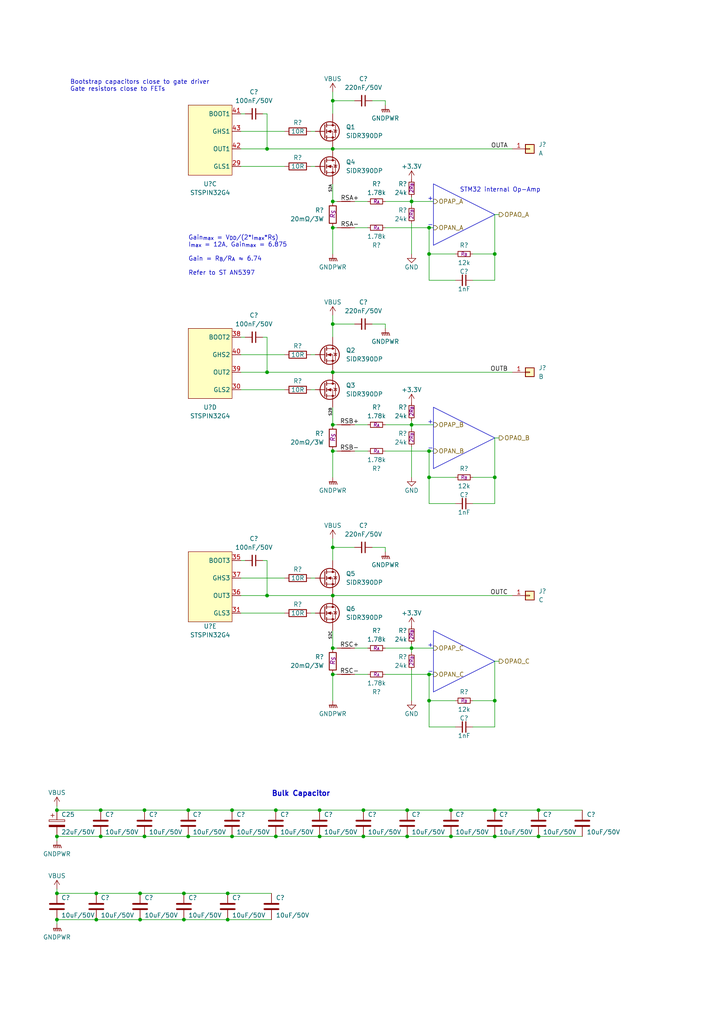
<source format=kicad_sch>
(kicad_sch (version 20231120) (generator "eeschema") (generator_version "8.0")
  (paper "A4" portrait)
  (junction (at 96.52 172.72))
  (junction (at 53.34 259.08))
  (junction (at 96.52 107.95))
  (junction (at 96.52 130.81))
  (junction (at 105.41 234.95))
  (junction (at 67.31 242.57))
  (junction (at 29.21 234.95))
  (junction (at 124.46 66.04))
  (junction (at 66.04 266.7))
  (junction (at 130.81 234.95))
  (junction (at 143.51 242.57))
  (junction (at 119.38 123.19))
  (junction (at 96.52 187.96))
  (junction (at 67.31 234.95))
  (junction (at 29.21 242.57))
  (junction (at 130.81 242.57))
  (junction (at 124.46 195.58))
  (junction (at 54.61 234.95))
  (junction (at 27.94 266.7))
  (junction (at 143.51 138.43))
  (junction (at 27.94 259.08))
  (junction (at 124.46 138.43))
  (junction (at 96.52 93.98))
  (junction (at 143.51 203.2))
  (junction (at 92.71 242.57))
  (junction (at 105.41 242.57))
  (junction (at 16.51 242.57))
  (junction (at 16.51 234.95))
  (junction (at 41.91 242.57))
  (junction (at 96.52 66.04))
  (junction (at 80.01 242.57))
  (junction (at 96.52 123.19))
  (junction (at 54.61 242.57))
  (junction (at 124.46 130.81))
  (junction (at 77.47 43.18))
  (junction (at 96.52 195.58))
  (junction (at 96.52 158.75))
  (junction (at 156.21 242.57))
  (junction (at 96.52 58.42))
  (junction (at 77.47 107.95))
  (junction (at 118.11 242.57))
  (junction (at 92.71 234.95))
  (junction (at 96.52 29.21))
  (junction (at 124.46 203.2))
  (junction (at 118.11 234.95))
  (junction (at 96.52 43.18))
  (junction (at 41.91 234.95))
  (junction (at 53.34 266.7))
  (junction (at 156.21 234.95))
  (junction (at 143.51 234.95))
  (junction (at 66.04 259.08))
  (junction (at 124.46 73.66))
  (junction (at 119.38 58.42))
  (junction (at 143.51 73.66))
  (junction (at 77.47 172.72))
  (junction (at 16.51 259.08))
  (junction (at 40.64 259.08))
  (junction (at 40.64 266.7))
  (junction (at 119.38 187.96))
  (junction (at 16.51 266.7))
  (junction (at 80.01 234.95))
  (wire (pts (xy 69.85 48.26) (xy 82.55 48.26)))
  (wire (pts (xy 27.94 259.08) (xy 40.64 259.08)))
  (wire (pts (xy 69.85 102.87) (xy 82.55 102.87)))
  (wire (pts (xy 29.21 234.95) (xy 41.91 234.95)))
  (polyline (pts (xy 125.73 182.88) (xy 143.51 191.77)))
  (wire (pts (xy 96.52 156.21) (xy 96.52 158.75)))
  (wire (pts (xy 96.52 29.21) (xy 96.52 33.02)))
  (wire (pts (xy 102.87 195.58) (xy 106.68 195.58)))
  (wire (pts (xy 69.85 113.03) (xy 82.55 113.03)))
  (wire (pts (xy 102.87 130.81) (xy 106.68 130.81)))
  (wire (pts (xy 54.61 234.95) (xy 67.31 234.95)))
  (polyline (pts (xy 125.73 71.12) (xy 143.51 62.23)))
  (wire (pts (xy 137.16 146.05) (xy 143.51 146.05)))
  (wire (pts (xy 132.08 81.28) (xy 124.46 81.28)))
  (wire (pts (xy 41.91 234.95) (xy 54.61 234.95)))
  (wire (pts (xy 143.51 203.2) (xy 143.51 191.77)))
  (wire (pts (xy 102.87 123.19) (xy 106.68 123.19)))
  (wire (pts (xy 168.91 242.57) (xy 156.21 242.57)))
  (wire (pts (xy 16.51 234.95) (xy 29.21 234.95)))
  (wire (pts (xy 77.47 33.02) (xy 76.2 33.02)))
  (wire (pts (xy 119.38 121.92) (xy 119.38 123.19)))
  (polyline (pts (xy 125.73 53.34) (xy 143.51 62.23)))
  (wire (pts (xy 67.31 234.95) (xy 80.01 234.95)))
  (wire (pts (xy 41.91 242.57) (xy 54.61 242.57)))
  (wire (pts (xy 137.16 203.2) (xy 143.51 203.2)))
  (polyline (pts (xy 125.73 118.11) (xy 143.51 127)))
  (wire (pts (xy 96.52 26.67) (xy 96.52 29.21)))
  (wire (pts (xy 90.17 177.8) (xy 91.44 177.8)))
  (wire (pts (xy 77.47 97.79) (xy 77.47 107.95)))
  (wire (pts (xy 105.41 234.95) (xy 118.11 234.95)))
  (polyline (pts (xy 125.73 135.89) (xy 125.73 118.11)))
  (wire (pts (xy 111.76 93.98) (xy 107.95 93.98)))
  (wire (pts (xy 80.01 242.57) (xy 92.71 242.57)))
  (wire (pts (xy 96.52 182.88) (xy 96.52 187.96)))
  (wire (pts (xy 97.79 58.42) (xy 96.52 58.42)))
  (wire (pts (xy 96.52 53.34) (xy 96.52 58.42)))
  (wire (pts (xy 16.51 233.68) (xy 16.51 234.95)))
  (wire (pts (xy 143.51 127) (xy 144.78 127)))
  (wire (pts (xy 16.51 259.08) (xy 27.94 259.08)))
  (wire (pts (xy 105.41 242.57) (xy 118.11 242.57)))
  (wire (pts (xy 119.38 129.54) (xy 119.38 138.43)))
  (wire (pts (xy 137.16 210.82) (xy 143.51 210.82)))
  (wire (pts (xy 69.85 172.72) (xy 77.47 172.72)))
  (wire (pts (xy 118.11 242.57) (xy 130.81 242.57)))
  (wire (pts (xy 69.85 107.95) (xy 77.47 107.95)))
  (wire (pts (xy 124.46 130.81) (xy 125.73 130.81)))
  (wire (pts (xy 119.38 124.46) (xy 119.38 123.19)))
  (wire (pts (xy 119.38 59.69) (xy 119.38 58.42)))
  (wire (pts (xy 97.79 130.81) (xy 96.52 130.81)))
  (wire (pts (xy 143.51 242.57) (xy 156.21 242.57)))
  (wire (pts (xy 69.85 43.18) (xy 77.47 43.18)))
  (wire (pts (xy 69.85 38.1) (xy 82.55 38.1)))
  (wire (pts (xy 111.76 187.96) (xy 119.38 187.96)))
  (wire (pts (xy 66.04 259.08) (xy 78.74 259.08)))
  (wire (pts (xy 132.08 203.2) (xy 124.46 203.2)))
  (wire (pts (xy 66.04 266.7) (xy 78.74 266.7)))
  (wire (pts (xy 130.81 234.95) (xy 143.51 234.95)))
  (wire (pts (xy 143.51 191.77) (xy 144.78 191.77)))
  (wire (pts (xy 96.52 107.95) (xy 148.59 107.95)))
  (wire (pts (xy 119.38 123.19) (xy 125.73 123.19)))
  (wire (pts (xy 143.51 73.66) (xy 143.51 62.23)))
  (wire (pts (xy 102.87 187.96) (xy 106.68 187.96)))
  (wire (pts (xy 111.76 95.25) (xy 111.76 93.98)))
  (wire (pts (xy 40.64 259.08) (xy 53.34 259.08)))
  (wire (pts (xy 111.76 130.81) (xy 124.46 130.81)))
  (wire (pts (xy 53.34 259.08) (xy 66.04 259.08)))
  (wire (pts (xy 40.64 266.7) (xy 53.34 266.7)))
  (wire (pts (xy 111.76 29.21) (xy 107.95 29.21)))
  (polyline (pts (xy 125.73 71.12) (xy 125.73 53.34)))
  (wire (pts (xy 143.51 234.95) (xy 156.21 234.95)))
  (wire (pts (xy 96.52 172.72) (xy 148.59 172.72)))
  (wire (pts (xy 137.16 73.66) (xy 143.51 73.66)))
  (wire (pts (xy 124.46 195.58) (xy 125.73 195.58)))
  (wire (pts (xy 96.52 118.11) (xy 96.52 123.19)))
  (wire (pts (xy 102.87 58.42) (xy 106.68 58.42)))
  (wire (pts (xy 90.17 102.87) (xy 91.44 102.87)))
  (wire (pts (xy 80.01 234.95) (xy 92.71 234.95)))
  (wire (pts (xy 96.52 29.21) (xy 102.87 29.21)))
  (wire (pts (xy 97.79 123.19) (xy 96.52 123.19)))
  (wire (pts (xy 77.47 33.02) (xy 77.47 43.18)))
  (wire (pts (xy 97.79 195.58) (xy 96.52 195.58)))
  (wire (pts (xy 96.52 91.44) (xy 96.52 93.98)))
  (wire (pts (xy 77.47 107.95) (xy 96.52 107.95)))
  (wire (pts (xy 124.46 130.81) (xy 124.46 138.43)))
  (wire (pts (xy 69.85 97.79) (xy 71.12 97.79)))
  (wire (pts (xy 54.61 242.57) (xy 67.31 242.57)))
  (wire (pts (xy 90.17 167.64) (xy 91.44 167.64)))
  (wire (pts (xy 29.21 242.57) (xy 41.91 242.57)))
  (wire (pts (xy 77.47 172.72) (xy 96.52 172.72)))
  (wire (pts (xy 90.17 38.1) (xy 91.44 38.1)))
  (wire (pts (xy 16.51 266.7) (xy 16.51 267.97)))
  (wire (pts (xy 143.51 146.05) (xy 143.51 138.43)))
  (wire (pts (xy 143.51 62.23) (xy 144.78 62.23)))
  (wire (pts (xy 107.95 158.75) (xy 111.76 158.75)))
  (wire (pts (xy 96.52 138.43) (xy 96.52 130.81)))
  (wire (pts (xy 124.46 146.05) (xy 124.46 138.43)))
  (wire (pts (xy 119.38 186.69) (xy 119.38 187.96)))
  (wire (pts (xy 69.85 33.02) (xy 71.12 33.02)))
  (wire (pts (xy 143.51 138.43) (xy 143.51 127)))
  (wire (pts (xy 124.46 195.58) (xy 124.46 203.2)))
  (wire (pts (xy 132.08 138.43) (xy 124.46 138.43)))
  (wire (pts (xy 29.21 242.57) (xy 16.51 242.57)))
  (wire (pts (xy 92.71 242.57) (xy 105.41 242.57)))
  (wire (pts (xy 90.17 113.03) (xy 91.44 113.03)))
  (wire (pts (xy 132.08 146.05) (xy 124.46 146.05)))
  (wire (pts (xy 16.51 257.81) (xy 16.51 259.08)))
  (wire (pts (xy 69.85 167.64) (xy 82.55 167.64)))
  (wire (pts (xy 96.52 93.98) (xy 102.87 93.98)))
  (wire (pts (xy 67.31 242.57) (xy 80.01 242.57)))
  (wire (pts (xy 119.38 187.96) (xy 125.73 187.96)))
  (wire (pts (xy 137.16 138.43) (xy 143.51 138.43)))
  (wire (pts (xy 111.76 123.19) (xy 119.38 123.19)))
  (wire (pts (xy 119.38 64.77) (xy 119.38 73.66)))
  (wire (pts (xy 97.79 66.04) (xy 96.52 66.04)))
  (wire (pts (xy 69.85 177.8) (xy 82.55 177.8)))
  (wire (pts (xy 119.38 57.15) (xy 119.38 58.42)))
  (wire (pts (xy 111.76 195.58) (xy 124.46 195.58)))
  (wire (pts (xy 111.76 30.48) (xy 111.76 29.21)))
  (wire (pts (xy 96.52 43.18) (xy 148.59 43.18)))
  (wire (pts (xy 53.34 266.7) (xy 66.04 266.7)))
  (wire (pts (xy 96.52 203.2) (xy 96.52 195.58)))
  (wire (pts (xy 130.81 242.57) (xy 143.51 242.57)))
  (wire (pts (xy 96.52 158.75) (xy 102.87 158.75)))
  (wire (pts (xy 96.52 158.75) (xy 96.52 162.56)))
  (wire (pts (xy 97.79 187.96) (xy 96.52 187.96)))
  (wire (pts (xy 124.46 81.28) (xy 124.46 73.66)))
  (wire (pts (xy 27.94 266.7) (xy 40.64 266.7)))
  (wire (pts (xy 143.51 210.82) (xy 143.51 203.2)))
  (wire (pts (xy 96.52 93.98) (xy 96.52 97.79)))
  (wire (pts (xy 137.16 81.28) (xy 143.51 81.28)))
  (wire (pts (xy 77.47 43.18) (xy 96.52 43.18)))
  (wire (pts (xy 77.47 162.56) (xy 77.47 172.72)))
  (wire (pts (xy 124.46 66.04) (xy 125.73 66.04)))
  (wire (pts (xy 132.08 210.82) (xy 124.46 210.82)))
  (wire (pts (xy 119.38 194.31) (xy 119.38 203.2)))
  (wire (pts (xy 102.87 66.04) (xy 106.68 66.04)))
  (polyline (pts (xy 125.73 200.66) (xy 125.73 182.88)))
  (wire (pts (xy 16.51 266.7) (xy 27.94 266.7)))
  (wire (pts (xy 77.47 97.79) (xy 76.2 97.79)))
  (wire (pts (xy 119.38 58.42) (xy 125.73 58.42)))
  (wire (pts (xy 92.71 234.95) (xy 105.41 234.95)))
  (wire (pts (xy 118.11 234.95) (xy 130.81 234.95)))
  (wire (pts (xy 132.08 73.66) (xy 124.46 73.66)))
  (wire (pts (xy 111.76 160.02) (xy 111.76 158.75)))
  (wire (pts (xy 16.51 243.84) (xy 16.51 242.57)))
  (wire (pts (xy 111.76 58.42) (xy 119.38 58.42)))
  (wire (pts (xy 124.46 66.04) (xy 124.46 73.66)))
  (wire (pts (xy 90.17 48.26) (xy 91.44 48.26)))
  (wire (pts (xy 119.38 189.23) (xy 119.38 187.96)))
  (wire (pts (xy 111.76 66.04) (xy 124.46 66.04)))
  (polyline (pts (xy 125.73 135.89) (xy 143.51 127)))
  (wire (pts (xy 168.91 234.95) (xy 156.21 234.95)))
  (wire (pts (xy 124.46 210.82) (xy 124.46 203.2)))
  (wire (pts (xy 143.51 81.28) (xy 143.51 73.66)))
  (wire (pts (xy 69.85 162.56) (xy 71.12 162.56)))
  (wire (pts (xy 77.47 162.56) (xy 76.2 162.56)))
  (wire (pts (xy 96.52 73.66) (xy 96.52 66.04)))
  (polyline (pts (xy 125.73 200.66) (xy 143.51 191.77)))
  (text "+" (at 125.73 123.19 0) (effects (font (size 1.27 1.27)) (justify right bottom)))
  (text "-" (at 125.73 130.81 0) (effects (font (size 1.27 1.27)) (justify right bottom)))
  (text "Bulk Capacitor" (at 78.74 231.14 0) (effects (font (size 1.5 1.5) (thickness 0.3) (bold yes)) (justify left bottom)))
  (text "+" (at 125.73 58.42 0) (effects (font (size 1.27 1.27)) (justify right bottom)))
  (text "+" (at 125.73 187.96 0) (effects (font (size 1.27 1.27)) (justify right bottom)))
  (text "Gain_{max} = V_{DD}/(2*I_{max}*R_{S})\nI_{max} = 12A, Gain_{max} = 6.875\n\nGain = R_{B}/R_{A} ≈ 6.74\n\nRefer to ST AN5397" (at 54.61 80.01 0) (effects (font (size 1.27 1.27)) (justify left bottom)))
  (text "STM32 internal Op-Amp" (at 133.35 55.88 0) (effects (font (size 1.27 1.27)) (justify left bottom)))
  (text "Bootstrap capacitors close to gate driver\nGate resistors close to FETs" (at 20.32 26.67 0) (effects (font (size 1.27 1.27)) (justify left bottom)))
  (text "-" (at 125.73 66.04 0) (effects (font (size 1.27 1.27)) (justify right bottom)))
  (text "-" (at 125.73 195.58 0) (effects (font (size 1.27 1.27)) (justify right bottom)))
  (label "S2B" (at 96.52 118.11 270) (effects (font (size 0.8 0.8))))
  (label "RSA-" (at 104.14 66.04 180))
  (label "RSC-" (at 104.14 195.58 180))
  (label "RSA+" (at 104.14 58.42 180))
  (label "S2A" (at 96.52 53.34 270) (effects (font (size 0.8 0.8))))
  (label "RSB+" (at 104.14 123.19 180))
  (label "RSB-" (at 104.14 130.81 180))
  (label "S2C" (at 96.52 182.88 270) (effects (font (size 0.8 0.8))))
  (label "RSC+" (at 104.14 187.96 180))
  (label "OUTC" (at 147.32 172.72 180))
  (label "OUTA" (at 147.32 43.18 180))
  (label "OUTB" (at 147.32 107.95 180))
  (hierarchical_label "OPAO_B" (shape output) (at 144.78 127 0))
  (hierarchical_label "OPAN_C" (shape output) (at 125.73 195.58 0))
  (hierarchical_label "OPAO_A" (shape output) (at 144.78 62.23 0))
  (hierarchical_label "OPAP_C" (shape output) (at 125.73 187.96 0))
  (hierarchical_label "OPAN_B" (shape output) (at 125.73 130.81 0))
  (hierarchical_label "OPAP_B" (shape output) (at 125.73 123.19 0))
  (hierarchical_label "OPAO_C" (shape output) (at 144.78 191.77 0))
  (hierarchical_label "OPAN_A" (shape output) (at 125.73 66.04 0))
  (hierarchical_label "OPAP_A" (shape output) (at 125.73 58.42 0))
  (symbol (lib_id "power:VBUS") (at 96.52 26.67 0) (unit 1)
    (property "Reference" "#PWR?" (effects (hide yes)))
    (property "Value" "VBUS" (at 96.52 22.86 0))
    (instances (project "moco-sp1" (path "" (reference "#PWR?") (unit 1)) (path "" (reference "#PWR030") (unit 1))))
  )
  (symbol (lib_id "Device:NetTie_2") (at 100.33 66.04 0) (mirror y) (unit 1) (in_bom no)
    (property "Reference" "NT?" (effects (hide yes)))
    (property "Value" "NetTie_2" (effects (hide yes)))
    (property "Footprint" "NetTie:NetTie-2_SMD_Pad0.5mm" (effects (hide yes)))
    (instances (project "moco-rd321" (path "" (reference "NT?") (unit 1)) (path "" (reference "NT?") (unit 1))) (project "moco-rd501" (path "" (reference "NT?") (unit 1))) (project "moco-sp1" (path "" (reference "NT?") (unit 1)) (path "" (reference "NT2") (unit 1))))
  )
  (symbol (lib_id "Device:C_Small") (at 105.41 158.75 270) (mirror x) (unit 1)
    (property "Reference" "C?" (at 105.41 152.4 90))
    (property "Value" "220nF/50V" (at 105.41 154.94 90))
    (property "Footprint" "Capacitor_SMD:C_0805_2012Metric" (effects (hide yes)))
    (property "LCSC" "C5378" (effects (hide yes)))
    (property "MFR. Part#" "CL21B224KBFNNNE" (effects (hide yes)))
    (instances (project "moco-rd321" (path "" (reference "C?") (unit 1)) (path "" (reference "C?") (unit 1))) (project "moco-sp1" (path "" (reference "C?") (unit 1)) (path "" (reference "C23") (unit 1))))
  )
  (symbol (lib_id "Device:C") (at 156.21 238.76 0) (mirror y) (unit 1)
    (property "Reference" "C?" (at 157.48 236.22 0) (effects (justify right)))
    (property "Value" "10uF/50V" (at 157.48 241.3 0) (effects (justify right)))
    (property "Footprint" "Capacitor_SMD:C_0805_2012Metric" (effects (hide yes)))
    (property "LCSC" "C440198" (effects (hide yes)))
    (property "MFR. Part#" "GRM21BR61H106KE43L" (effects (hide yes)))
    (property "Alt." "CL21B106KAYQNNE" (effects (hide yes)))
    (instances (project "moco-rd321" (path "" (reference "C?") (unit 1))) (project "moco-oi401" (path "" (reference "C?") (unit 1)) (path "" (reference "C?") (unit 1))) (project "moco-bkd8316" (path "" (reference "C?") (unit 1))) (project "moco-sp1" (path "" (reference "C38") (unit 1))))
  )
  (symbol (lib_id "power:VBUS") (at 16.51 257.81 0) (unit 1)
    (property "Reference" "#PWR?" (effects (hide yes)))
    (property "Value" "VBUS" (at 16.51 254 0))
    (instances (project "moco-rd321" (path "" (reference "#PWR?") (unit 1)) (path "" (reference "#PWR?") (unit 1))) (project "moco-sp1" (path "" (reference "#PWR050") (unit 1))))
  )
  (symbol (lib_id "power:GNDPWR") (at 16.51 243.84 0) (mirror y) (unit 1)
    (property "Reference" "#PWR?" (effects (hide yes)))
    (property "Value" "GNDPWR" (at 16.51 247.65 0))
    (instances (project "moco-rd321" (path "" (reference "#PWR?") (unit 1)) (path "" (reference "#PWR?") (unit 1))) (project "moco-rd501" (path "" (reference "#PWR?") (unit 1))) (project "moco-sp1" (path "" (reference "#PWR049") (unit 1))))
  )
  (symbol (lib_id "Device:C") (at 130.81 238.76 0) (mirror y) (unit 1)
    (property "Reference" "C?" (at 132.08 236.22 0) (effects (justify right)))
    (property "Value" "10uF/50V" (at 132.08 241.3 0) (effects (justify right)))
    (property "Footprint" "Capacitor_SMD:C_0805_2012Metric" (effects (hide yes)))
    (property "LCSC" "C440198" (effects (hide yes)))
    (property "MFR. Part#" "GRM21BR61H106KE43L" (effects (hide yes)))
    (property "Alt." "CL21B106KAYQNNE" (effects (hide yes)))
    (instances (project "moco-rd321" (path "" (reference "C?") (unit 1))) (project "moco-oi401" (path "" (reference "C?") (unit 1)) (path "" (reference "C?") (unit 1))) (project "moco-bkd8316" (path "" (reference "C?") (unit 1))) (project "moco-sp1" (path "" (reference "C36") (unit 1))))
  )
  (symbol (lib_id "Device:R") (at 96.52 191.77 0) (mirror y) (unit 1)
    (property "Reference" "R?" (at 93.98 190.5 0) (effects (justify left)))
    (property "Value" "20mΩ/3W" (at 93.98 193.04 0) (effects (justify left)))
    (property "Footprint" "Resistor_SMD:R_2512_6332Metric" (effects (hide yes)))
    (property "MFR. Part#" "MSMA2512R0200FGM" (effects (hide yes)))
    (property "Note" "R_{S}" (at 96.52 191.77 90) (effects (font (italic yes))))
    (instances (project "moco-rd321" (path "" (reference "R?") (unit 1)) (path "" (reference "R?") (unit 1))) (project "moco-rd501" (path "" (reference "R?") (unit 1))) (project "moco-sp1" (path "" (reference "R?") (unit 1)) (path "" (reference "R32") (unit 1))))
  )
  (symbol (lib_id "power:GNDPWR") (at 111.76 95.25 0) (mirror y) (unit 1)
    (property "Reference" "#PWR?" (effects (hide yes)))
    (property "Value" "GNDPWR" (at 111.76 99.06 0))
    (instances (project "moco-rd321" (path "" (reference "#PWR?") (unit 1)) (path "" (reference "#PWR?") (unit 1))) (project "moco-rd501" (path "" (reference "#PWR?") (unit 1))) (project "moco-sp1" (path "" (reference "#PWR?") (unit 1)) (path "" (reference "#PWR037") (unit 1))))
  )
  (symbol (lib_id "Device:C") (at 41.91 238.76 0) (mirror y) (unit 1)
    (property "Reference" "C?" (at 43.18 236.22 0) (effects (justify right)))
    (property "Value" "10uF/50V" (at 43.18 241.3 0) (effects (justify right)))
    (property "Footprint" "Capacitor_SMD:C_0805_2012Metric" (effects (hide yes)))
    (property "LCSC" "C440198" (effects (hide yes)))
    (property "MFR. Part#" "GRM21BR61H106KE43L" (effects (hide yes)))
    (property "Alt." "CL21B106KAYQNNE" (effects (hide yes)))
    (instances (project "moco-rd321" (path "" (reference "C?") (unit 1))) (project "moco-oi401" (path "" (reference "C?") (unit 1)) (path "" (reference "C?") (unit 1))) (project "moco-bkd8316" (path "" (reference "C?") (unit 1))) (project "moco-sp1" (path "" (reference "C29") (unit 1))))
  )
  (symbol (lib_id "Device:C") (at 80.01 238.76 0) (mirror y) (unit 1)
    (property "Reference" "C?" (at 81.28 236.22 0) (effects (justify right)))
    (property "Value" "10uF/50V" (at 81.28 241.3 0) (effects (justify right)))
    (property "Footprint" "Capacitor_SMD:C_0805_2012Metric" (effects (hide yes)))
    (property "LCSC" "C440198" (effects (hide yes)))
    (property "MFR. Part#" "GRM21BR61H106KE43L" (effects (hide yes)))
    (property "Alt." "CL21B106KAYQNNE" (effects (hide yes)))
    (instances (project "moco-rd321" (path "" (reference "C?") (unit 1))) (project "moco-oi401" (path "" (reference "C?") (unit 1)) (path "" (reference "C?") (unit 1))) (project "moco-bkd8316" (path "" (reference "C?") (unit 1))) (project "moco-sp1" (path "" (reference "C32") (unit 1))))
  )
  (symbol (lib_id "power:+3.3V") (at 119.38 52.07 0) (unit 1)
    (property "Reference" "#PWR?" (effects (hide yes)))
    (property "Value" "+3.3V" (at 119.38 48.26 0))
    (instances (project "moco-rd321" (path "" (reference "#PWR?") (unit 1)) (path "" (reference "#PWR?") (unit 1)) (path "" (reference "#PWR?") (unit 1))) (project "moco-sp1" (path "" (reference "#PWR033") (unit 1))))
  )
  (symbol (lib_id "Device:NetTie_2") (at 100.33 195.58 0) (mirror y) (unit 1) (in_bom no)
    (property "Reference" "NT?" (effects (hide yes)))
    (property "Value" "NetTie_2" (effects (hide yes)))
    (property "Footprint" "NetTie:NetTie-2_SMD_Pad0.5mm" (effects (hide yes)))
    (instances (project "moco-rd321" (path "" (reference "NT?") (unit 1)) (path "" (reference "NT?") (unit 1))) (project "moco-rd501" (path "" (reference "NT?") (unit 1))) (project "moco-sp1" (path "" (reference "NT?") (unit 1)) (path "" (reference "NT6") (unit 1))))
  )
  (symbol (lib_id "Device:R_Small") (at 109.22 123.19 90) (unit 1)
    (property "Reference" "R?" (at 109.22 118.11 90))
    (property "Value" "1.78k" (at 109.22 120.65 90))
    (property "Footprint" "Resistor_SMD:R_0402_1005Metric" (effects (hide yes)))
    (property "LCSC" "C284379" (effects (hide yes)))
    (property "MFR. Part#" "ARG02FTC1781" (effects (hide yes)))
    (property "Note" "R_{A}" (at 109.22 123.19 90) (effects (font (size 1 1) (italic yes))))
    (instances (project "moco-rd321" (path "" (reference "R?") (unit 1)) (path "" (reference "R?") (unit 1))) (project "moco-sp1" (path "" (reference "R22") (unit 1))))
  )
  (symbol (lib_id "Device:C_Small") (at 134.62 210.82 270) (mirror x) (unit 1)
    (property "Reference" "C?" (at 134.62 208.28 90))
    (property "Value" "1nF" (at 134.62 213.36 90))
    (property "Footprint" "Capacitor_SMD:C_0402_1005Metric" (effects (hide yes)))
    (property "LCSC" "C1523" (effects (hide yes)))
    (property "MFR. Part#" "0402B102K500NT" (effects (hide yes)))
    (instances (project "moco-rd321" (path "" (reference "C?") (unit 1)) (path "" (reference "C?") (unit 1))) (project "moco-sp1" (path "" (reference "C?") (unit 1)) (path "" (reference "C26") (unit 1))))
  )
  (symbol (lib_id "power:GNDPWR") (at 96.52 73.66 0) (mirror y) (unit 1)
    (property "Reference" "#PWR?" (effects (hide yes)))
    (property "Value" "GNDPWR" (at 96.52 77.47 0))
    (instances (project "moco-rd321" (path "" (reference "#PWR?") (unit 1)) (path "" (reference "#PWR?") (unit 1))) (project "moco-rd501" (path "" (reference "#PWR?") (unit 1))) (project "moco-sp1" (path "" (reference "#PWR?") (unit 1)) (path "" (reference "#PWR034") (unit 1))))
  )
  (symbol (lib_id "moco:STSPIN32G4") (at 60.96 105.41 0) (unit 4)
    (property "Reference" "U?" (at 60.96 118.11 0))
    (property "Value" "STSPIN32G4" (at 60.96 120.65 0))
    (property "Footprint" "moco:VFQFPN 9X9X1.0 64 PITCH 0.5" (effects (hide yes)))
    (property "LCSC" "C2858620" (effects (hide yes)))
    (property "MFR. Part#" "STSPIN32G4" (effects (hide yes)))
    (instances (project "moco-sp1" (path "" (reference "U?") (unit 4)) (path "" (reference "U1") (unit 4))))
  )
  (symbol (lib_id "moco:SiDR390DP") (at 96.52 48.26 0) (unit 1)
    (property "Reference" "Q4" (at 100.33 46.9899 0) (effects (justify left)))
    (property "Value" "SiDR390DP" (at 100.33 49.5299 0) (effects (justify left)))
    (property "Footprint" "Package_SO:PowerPAK_SO-8_Single" (effects (hide yes)))
    (property "Description" "N-MOSFET 30Vds" (effects (hide yes)))
  )
  (symbol (lib_id "Device:NetTie_2") (at 100.33 130.81 0) (mirror y) (unit 1) (in_bom no)
    (property "Reference" "NT?" (effects (hide yes)))
    (property "Value" "NetTie_2" (effects (hide yes)))
    (property "Footprint" "NetTie:NetTie-2_SMD_Pad0.5mm" (effects (hide yes)))
    (instances (project "moco-rd321" (path "" (reference "NT?") (unit 1)) (path "" (reference "NT?") (unit 1))) (project "moco-rd501" (path "" (reference "NT?") (unit 1))) (project "moco-sp1" (path "" (reference "NT?") (unit 1)) (path "" (reference "NT4") (unit 1))))
  )
  (symbol (lib_id "power:GNDPWR") (at 96.52 203.2 0) (mirror y) (unit 1)
    (property "Reference" "#PWR?" (effects (hide yes)))
    (property "Value" "GNDPWR" (at 96.52 207.01 0))
    (instances (project "moco-rd321" (path "" (reference "#PWR?") (unit 1)) (path "" (reference "#PWR?") (unit 1))) (project "moco-rd501" (path "" (reference "#PWR?") (unit 1))) (project "moco-sp1" (path "" (reference "#PWR?") (unit 1)) (path "" (reference "#PWR046") (unit 1))))
  )
  (symbol (lib_id "moco:SiDR390DP") (at 96.52 167.64 0) (unit 1)
    (property "Reference" "Q5" (at 100.33 166.3699 0) (effects (justify left)))
    (property "Value" "SiDR390DP" (at 100.33 168.9099 0) (effects (justify left)))
    (property "Footprint" "Package_SO:PowerPAK_SO-8_Single" (effects (hide yes)))
    (property "Description" "N-MOSFET 30Vds" (effects (hide yes)))
  )
  (symbol (lib_id "power:GND") (at 119.38 138.43 0) (unit 1)
    (property "Reference" "#PWR?" (effects (hide yes)))
    (property "Value" "GND" (at 119.38 142.24 0))
    (instances (project "moco-rd321" (path "" (reference "#PWR?") (unit 1)) (path "" (reference "#PWR?") (unit 1))) (project "moco-sp1" (path "" (reference "#PWR041") (unit 1))))
  )
  (symbol (lib_id "Device:R") (at 86.36 48.26 90) (unit 1)
    (property "Reference" "R?" (at 86.36 45.72 90))
    (property "Value" "10R" (at 86.36 48.26 90))
    (property "Footprint" "Resistor_SMD:R_0402_1005Metric" (effects (hide yes)))
    (property "LCSC" "C25077" (effects (hide yes)))
    (property "MFR. Part#" "0402WGF100JTCE" (effects (hide yes)))
    (instances (project "moco-rd321" (path "" (reference "R?") (unit 1)) (path "" (reference "R?") (unit 1))) (project "moco-sp1" (path "" (reference "R?") (unit 1)) (path "" (reference "R11") (unit 1))))
  )
  (symbol (lib_id "Device:NetTie_2") (at 100.33 187.96 0) (mirror y) (unit 1) (in_bom no)
    (property "Reference" "NT?" (effects (hide yes)))
    (property "Value" "NetTie_2" (effects (hide yes)))
    (property "Footprint" "NetTie:NetTie-2_SMD_Pad0.5mm" (effects (hide yes)))
    (instances (project "moco-rd321" (path "" (reference "NT?") (unit 1)) (path "" (reference "NT?") (unit 1))) (project "moco-rd501" (path "" (reference "NT?") (unit 1))) (project "moco-sp1" (path "" (reference "NT?") (unit 1)) (path "" (reference "NT5") (unit 1))))
  )
  (symbol (lib_id "Device:R") (at 86.36 102.87 90) (unit 1)
    (property "Reference" "R?" (at 86.36 100.33 90))
    (property "Value" "10R" (at 86.36 102.87 90))
    (property "Footprint" "Resistor_SMD:R_0402_1005Metric" (effects (hide yes)))
    (property "LCSC" "C25077" (effects (hide yes)))
    (property "MFR. Part#" "0402WGF100JTCE" (effects (hide yes)))
    (instances (project "moco-rd321" (path "" (reference "R?") (unit 1)) (path "" (reference "R?") (unit 1))) (project "moco-sp1" (path "" (reference "R?") (unit 1)) (path "" (reference "R19") (unit 1))))
  )
  (symbol (lib_id "Device:C_Polarized") (at 16.51 238.76 0) (unit 1)
    (property "Reference" "C25" (at 17.78 236.22 0) (effects (justify left)))
    (property "Value" "22uF/50V" (at 17.78 241.3 0) (effects (justify left)))
    (property "Footprint" "Capacitor_SMD:CP_Elec_5x5.8" (effects (hide yes)))
    (property "LCSC" "C336246" (effects (hide yes)))
    (property "MFR. Part#" "EEEFT1H220AR" (effects (hide yes)))
    (instances (project "moco-rd321" (path "" (reference "C25") (unit 1))) (project "moco-sp1" (path "" (reference "C27") (unit 1))))
  )
  (symbol (lib_id "Device:NetTie_2") (at 100.33 58.42 0) (mirror y) (unit 1) (in_bom no)
    (property "Reference" "NT?" (effects (hide yes)))
    (property "Value" "NetTie_2" (effects (hide yes)))
    (property "Footprint" "NetTie:NetTie-2_SMD_Pad0.5mm" (effects (hide yes)))
    (instances (project "moco-rd321" (path "" (reference "NT?") (unit 1)) (path "" (reference "NT?") (unit 1))) (project "moco-rd501" (path "" (reference "NT?") (unit 1))) (project "moco-sp1" (path "" (reference "NT?") (unit 1)) (path "" (reference "NT1") (unit 1))))
  )
  (symbol (lib_id "Device:R") (at 96.52 127 0) (mirror y) (unit 1)
    (property "Reference" "R?" (at 93.98 125.73 0) (effects (justify left)))
    (property "Value" "20mΩ/3W" (at 93.98 128.27 0) (effects (justify left)))
    (property "Footprint" "Resistor_SMD:R_2512_6332Metric" (effects (hide yes)))
    (property "MFR. Part#" "MSMA2512R0200FGM" (effects (hide yes)))
    (property "Note" "R_{S}" (at 96.52 127 90) (effects (font (italic yes))))
    (instances (project "moco-rd321" (path "" (reference "R?") (unit 1)) (path "" (reference "R?") (unit 1))) (project "moco-rd501" (path "" (reference "R?") (unit 1))) (project "moco-sp1" (path "" (reference "R?") (unit 1)) (path "" (reference "R23") (unit 1))))
  )
  (symbol (lib_id "power:GNDPWR") (at 16.51 267.97 0) (mirror y) (unit 1)
    (property "Reference" "#PWR?" (effects (hide yes)))
    (property "Value" "GNDPWR" (at 16.51 271.78 0))
    (instances (project "moco-rd321" (path "" (reference "#PWR?") (unit 1)) (path "" (reference "#PWR?") (unit 1))) (project "moco-rd501" (path "" (reference "#PWR?") (unit 1))) (project "moco-sp1" (path "" (reference "#PWR051") (unit 1))))
  )
  (symbol (lib_id "Device:C") (at 40.64 262.89 0) (mirror y) (unit 1)
    (property "Reference" "C?" (at 41.91 260.35 0) (effects (justify right)))
    (property "Value" "10uF/50V" (at 41.91 265.43 0) (effects (justify right)))
    (property "Footprint" "Capacitor_SMD:C_0805_2012Metric" (effects (hide yes)))
    (property "LCSC" "C440198" (effects (hide yes)))
    (property "MFR. Part#" "GRM21BR61H106KE43L" (effects (hide yes)))
    (property "Alt." "CL21B106KAYQNNE" (effects (hide yes)))
    (instances (project "moco-rd321" (path "" (reference "C?") (unit 1))) (project "moco-oi401" (path "" (reference "C?") (unit 1)) (path "" (reference "C?") (unit 1))) (project "moco-bkd8316" (path "" (reference "C?") (unit 1))) (project "moco-sp1" (path "" (reference "C42") (unit 1))))
  )
  (symbol (lib_id "Device:C") (at 54.61 238.76 0) (mirror y) (unit 1)
    (property "Reference" "C?" (at 55.88 236.22 0) (effects (justify right)))
    (property "Value" "10uF/50V" (at 55.88 241.3 0) (effects (justify right)))
    (property "Footprint" "Capacitor_SMD:C_0805_2012Metric" (effects (hide yes)))
    (property "LCSC" "C440198" (effects (hide yes)))
    (property "MFR. Part#" "GRM21BR61H106KE43L" (effects (hide yes)))
    (property "Alt." "CL21B106KAYQNNE" (effects (hide yes)))
    (instances (project "moco-rd321" (path "" (reference "C?") (unit 1))) (project "moco-oi401" (path "" (reference "C?") (unit 1)) (path "" (reference "C?") (unit 1))) (project "moco-bkd8316" (path "" (reference "C?") (unit 1))) (project "moco-sp1" (path "" (reference "C30") (unit 1))))
  )
  (symbol (lib_id "Device:C_Small") (at 134.62 146.05 270) (mirror x) (unit 1)
    (property "Reference" "C?" (at 134.62 143.51 90))
    (property "Value" "1nF" (at 134.62 148.59 90))
    (property "Footprint" "Capacitor_SMD:C_0402_1005Metric" (effects (hide yes)))
    (property "LCSC" "C1523" (effects (hide yes)))
    (property "MFR. Part#" "0402B102K500NT" (effects (hide yes)))
    (instances (project "moco-rd321" (path "" (reference "C?") (unit 1)) (path "" (reference "C?") (unit 1))) (project "moco-sp1" (path "" (reference "C?") (unit 1)) (path "" (reference "C22") (unit 1))))
  )
  (symbol (lib_id "moco:SiDR390DP") (at 96.52 38.1 0) (unit 1)
    (property "Reference" "Q1" (at 100.33 36.8299 0) (effects (justify left)))
    (property "Value" "SiDR390DP" (at 100.33 39.3699 0) (effects (justify left)))
    (property "Footprint" "Package_SO:PowerPAK_SO-8_Single" (effects (hide yes)))
    (property "Description" "N-MOSFET 30Vds" (effects (hide yes)))
  )
  (symbol (lib_id "Device:R") (at 86.36 113.03 90) (unit 1)
    (property "Reference" "R?" (at 86.36 110.49 90))
    (property "Value" "10R" (at 86.36 113.03 90))
    (property "Footprint" "Resistor_SMD:R_0402_1005Metric" (effects (hide yes)))
    (property "LCSC" "C25077" (effects (hide yes)))
    (property "MFR. Part#" "0402WGF100JTCE" (effects (hide yes)))
    (instances (project "moco-rd321" (path "" (reference "R?") (unit 1)) (path "" (reference "R?") (unit 1))) (project "moco-sp1" (path "" (reference "R?") (unit 1)) (path "" (reference "R20") (unit 1))))
  )
  (symbol (lib_id "Device:R_Small") (at 134.62 203.2 90) (unit 1)
    (property "Reference" "R?" (at 134.62 200.66 90))
    (property "Value" "12k" (at 134.62 205.74 90))
    (property "Footprint" "Resistor_SMD:R_0402_1005Metric" (effects (hide yes)))
    (property "LCSC" "C25752" (effects (hide yes)))
    (property "MFR. Part#" "0402WGF1202TCE" (effects (hide yes)))
    (property "Note" "R_{B}" (at 134.62 203.2 90) (effects (font (size 1 1) (italic yes))))
    (instances (project "moco-rd321" (path "" (reference "R?") (unit 1)) (path "" (reference "R?") (unit 1))) (project "moco-sp1" (path "" (reference "R35") (unit 1))))
  )
  (symbol (lib_id "Connector_Generic:Conn_01x01") (at 153.67 107.95 0) (unit 1)
    (property "Reference" "J?" (at 156.21 106.68 0) (effects (justify left)))
    (property "Value" "B" (at 156.21 109.22 0) (effects (justify left)))
    (property "Footprint" "moco:wire_rectagnel_3.7mm_D1.5mm" (effects (hide yes)))
    (instances (project "moco-rd321" (path "" (reference "J?") (unit 1))) (project "moco-oi401" (path "" (reference "J?") (unit 1)) (path "" (reference "J?") (unit 1))) (project "moco-bkd8316" (path "" (reference "J?") (unit 1))) (project "moco-sp1" (path "" (reference "J?") (unit 1)) (path "" (reference "J7") (unit 1))))
  )
  (symbol (lib_id "Device:C") (at 16.51 262.89 0) (mirror y) (unit 1)
    (property "Reference" "C?" (at 17.78 260.35 0) (effects (justify right)))
    (property "Value" "10uF/50V" (at 17.78 265.43 0) (effects (justify right)))
    (property "Footprint" "Capacitor_SMD:C_0805_2012Metric" (effects (hide yes)))
    (property "LCSC" "C440198" (effects (hide yes)))
    (property "MFR. Part#" "GRM21BR61H106KE43L" (effects (hide yes)))
    (property "Alt." "CL21B106KAYQNNE" (effects (hide yes)))
    (instances (project "moco-rd321" (path "" (reference "C?") (unit 1))) (project "moco-oi401" (path "" (reference "C?") (unit 1)) (path "" (reference "C?") (unit 1))) (project "moco-bkd8316" (path "" (reference "C?") (unit 1))) (project "moco-sp1" (path "" (reference "C40") (unit 1))))
  )
  (symbol (lib_id "Device:C") (at 105.41 238.76 0) (mirror y) (unit 1)
    (property "Reference" "C?" (at 106.68 236.22 0) (effects (justify right)))
    (property "Value" "10uF/50V" (at 106.68 241.3 0) (effects (justify right)))
    (property "Footprint" "Capacitor_SMD:C_0805_2012Metric" (effects (hide yes)))
    (property "LCSC" "C440198" (effects (hide yes)))
    (property "MFR. Part#" "GRM21BR61H106KE43L" (effects (hide yes)))
    (property "Alt." "CL21B106KAYQNNE" (effects (hide yes)))
    (instances (project "moco-rd321" (path "" (reference "C?") (unit 1))) (project "moco-oi401" (path "" (reference "C?") (unit 1)) (path "" (reference "C?") (unit 1))) (project "moco-bkd8316" (path "" (reference "C?") (unit 1))) (project "moco-sp1" (path "" (reference "C34") (unit 1))))
  )
  (symbol (lib_id "Device:C_Small") (at 105.41 93.98 270) (mirror x) (unit 1)
    (property "Reference" "C?" (at 105.41 87.63 90))
    (property "Value" "220nF/50V" (at 105.41 90.17 90))
    (property "Footprint" "Capacitor_SMD:C_0805_2012Metric" (effects (hide yes)))
    (property "LCSC" "C5378" (effects (hide yes)))
    (property "MFR. Part#" "CL21B224KBFNNNE" (effects (hide yes)))
    (instances (project "moco-rd321" (path "" (reference "C?") (unit 1)) (path "" (reference "C?") (unit 1))) (project "moco-sp1" (path "" (reference "C?") (unit 1)) (path "" (reference "C19") (unit 1))))
  )
  (symbol (lib_id "power:GND") (at 119.38 73.66 0) (unit 1)
    (property "Reference" "#PWR?" (effects (hide yes)))
    (property "Value" "GND" (at 119.38 77.47 0))
    (instances (project "moco-rd321" (path "" (reference "#PWR?") (unit 1)) (path "" (reference "#PWR?") (unit 1))) (project "moco-sp1" (path "" (reference "#PWR035") (unit 1))))
  )
  (symbol (lib_id "Device:C") (at 118.11 238.76 0) (mirror y) (unit 1)
    (property "Reference" "C?" (at 119.38 236.22 0) (effects (justify right)))
    (property "Value" "10uF/50V" (at 119.38 241.3 0) (effects (justify right)))
    (property "Footprint" "Capacitor_SMD:C_0805_2012Metric" (effects (hide yes)))
    (property "LCSC" "C440198" (effects (hide yes)))
    (property "MFR. Part#" "GRM21BR61H106KE43L" (effects (hide yes)))
    (property "Alt." "CL21B106KAYQNNE" (effects (hide yes)))
    (instances (project "moco-rd321" (path "" (reference "C?") (unit 1))) (project "moco-oi401" (path "" (reference "C?") (unit 1)) (path "" (reference "C?") (unit 1))) (project "moco-bkd8316" (path "" (reference "C?") (unit 1))) (project "moco-sp1" (path "" (reference "C35") (unit 1))))
  )
  (symbol (lib_id "Device:R_Small") (at 109.22 58.42 90) (unit 1)
    (property "Reference" "R?" (at 109.22 53.34 90))
    (property "Value" "1.78k" (at 109.22 55.88 90))
    (property "Footprint" "Resistor_SMD:R_0402_1005Metric" (effects (hide yes)))
    (property "LCSC" "C284379" (effects (hide yes)))
    (property "MFR. Part#" "ARG02FTC1781" (effects (hide yes)))
    (property "Note" "R_{A}" (at 109.22 58.42 90) (effects (font (size 1 1) (italic yes))))
    (instances (project "moco-rd321" (path "" (reference "R?") (unit 1)) (path "" (reference "R?") (unit 1))) (project "moco-sp1" (path "" (reference "R13") (unit 1))))
  )
  (symbol (lib_id "Device:C") (at 67.31 238.76 0) (mirror y) (unit 1)
    (property "Reference" "C?" (at 68.58 236.22 0) (effects (justify right)))
    (property "Value" "10uF/50V" (at 68.58 241.3 0) (effects (justify right)))
    (property "Footprint" "Capacitor_SMD:C_0805_2012Metric" (effects (hide yes)))
    (property "LCSC" "C440198" (effects (hide yes)))
    (property "MFR. Part#" "GRM21BR61H106KE43L" (effects (hide yes)))
    (property "Alt." "CL21B106KAYQNNE" (effects (hide yes)))
    (instances (project "moco-rd321" (path "" (reference "C?") (unit 1))) (project "moco-oi401" (path "" (reference "C?") (unit 1)) (path "" (reference "C?") (unit 1))) (project "moco-bkd8316" (path "" (reference "C?") (unit 1))) (project "moco-sp1" (path "" (reference "C31") (unit 1))))
  )
  (symbol (lib_id "Device:R") (at 86.36 177.8 90) (unit 1)
    (property "Reference" "R?" (at 86.36 175.26 90))
    (property "Value" "10R" (at 86.36 177.8 90))
    (property "Footprint" "Resistor_SMD:R_0402_1005Metric" (effects (hide yes)))
    (property "LCSC" "C25077" (effects (hide yes)))
    (property "MFR. Part#" "0402WGF100JTCE" (effects (hide yes)))
    (instances (project "moco-rd321" (path "" (reference "R?") (unit 1)) (path "" (reference "R?") (unit 1))) (project "moco-sp1" (path "" (reference "R?") (unit 1)) (path "" (reference "R29") (unit 1))))
  )
  (symbol (lib_id "Device:C_Small") (at 105.41 29.21 270) (mirror x) (unit 1)
    (property "Reference" "C?" (at 105.41 22.86 90))
    (property "Value" "220nF/50V" (at 105.41 25.4 90))
    (property "Footprint" "Capacitor_SMD:C_0805_2012Metric" (effects (hide yes)))
    (property "LCSC" "C5378" (effects (hide yes)))
    (property "MFR. Part#" "CL21B224KBFNNNE" (effects (hide yes)))
    (instances (project "moco-rd321" (path "" (reference "C?") (unit 1)) (path "" (reference "C?") (unit 1))) (project "moco-sp1" (path "" (reference "C?") (unit 1)) (path "" (reference "C15") (unit 1))))
  )
  (symbol (lib_id "Device:R_Small") (at 119.38 184.15 0) (mirror y) (unit 1)
    (property "Reference" "R?" (at 118.11 182.88 0) (effects (justify left)))
    (property "Value" "24k" (at 118.11 185.42 0) (effects (justify left)))
    (property "Footprint" "Resistor_SMD:R_0402_1005Metric" (effects (hide yes)))
    (property "LCSC" "C25769" (effects (hide yes)))
    (property "MFR. Part#" "0402WGF2402TCE" (effects (hide yes)))
    (property "Note" "2R_{B}" (at 119.38 184.15 90) (effects (font (size 1 1) (italic yes))))
    (instances (project "moco-rd321" (path "" (reference "R?") (unit 1)) (path "" (reference "R?") (unit 1))) (project "moco-sp1" (path "" (reference "R30") (unit 1))))
  )
  (symbol (lib_id "power:+3.3V") (at 119.38 116.84 0) (unit 1)
    (property "Reference" "#PWR?" (effects (hide yes)))
    (property "Value" "+3.3V" (at 119.38 113.03 0))
    (instances (project "moco-rd321" (path "" (reference "#PWR?") (unit 1)) (path "" (reference "#PWR?") (unit 1)) (path "" (reference "#PWR?") (unit 1))) (project "moco-sp1" (path "" (reference "#PWR039") (unit 1))))
  )
  (symbol (lib_id "Device:C") (at 168.91 238.76 0) (mirror y) (unit 1)
    (property "Reference" "C?" (at 170.18 236.22 0) (effects (justify right)))
    (property "Value" "10uF/50V" (at 170.18 241.3 0) (effects (justify right)))
    (property "Footprint" "Capacitor_SMD:C_0805_2012Metric" (effects (hide yes)))
    (property "LCSC" "C440198" (effects (hide yes)))
    (property "MFR. Part#" "GRM21BR61H106KE43L" (effects (hide yes)))
    (property "Alt." "CL21B106KAYQNNE" (effects (hide yes)))
    (instances (project "moco-rd321" (path "" (reference "C?") (unit 1))) (project "moco-oi401" (path "" (reference "C?") (unit 1)) (path "" (reference "C?") (unit 1))) (project "moco-bkd8316" (path "" (reference "C?") (unit 1))) (project "moco-sp1" (path "" (reference "C39") (unit 1))))
  )
  (symbol (lib_id "Device:R") (at 86.36 167.64 90) (unit 1)
    (property "Reference" "R?" (at 86.36 165.1 90))
    (property "Value" "10R" (at 86.36 167.64 90))
    (property "Footprint" "Resistor_SMD:R_0402_1005Metric" (effects (hide yes)))
    (property "LCSC" "C25077" (effects (hide yes)))
    (property "MFR. Part#" "0402WGF100JTCE" (effects (hide yes)))
    (instances (project "moco-rd321" (path "" (reference "R?") (unit 1)) (path "" (reference "R?") (unit 1))) (project "moco-sp1" (path "" (reference "R?") (unit 1)) (path "" (reference "R28") (unit 1))))
  )
  (symbol (lib_id "power:GNDPWR") (at 96.52 138.43 0) (mirror y) (unit 1)
    (property "Reference" "#PWR?" (effects (hide yes)))
    (property "Value" "GNDPWR" (at 96.52 142.24 0))
    (instances (project "moco-rd321" (path "" (reference "#PWR?") (unit 1)) (path "" (reference "#PWR?") (unit 1))) (project "moco-rd501" (path "" (reference "#PWR?") (unit 1))) (project "moco-sp1" (path "" (reference "#PWR?") (unit 1)) (path "" (reference "#PWR040") (unit 1))))
  )
  (symbol (lib_id "Device:NetTie_2") (at 100.33 123.19 0) (mirror y) (unit 1) (in_bom no)
    (property "Reference" "NT?" (effects (hide yes)))
    (property "Value" "NetTie_2" (effects (hide yes)))
    (property "Footprint" "NetTie:NetTie-2_SMD_Pad0.5mm" (effects (hide yes)))
    (instances (project "moco-rd321" (path "" (reference "NT?") (unit 1)) (path "" (reference "NT?") (unit 1))) (project "moco-rd501" (path "" (reference "NT?") (unit 1))) (project "moco-sp1" (path "" (reference "NT?") (unit 1)) (path "" (reference "NT3") (unit 1))))
  )
  (symbol (lib_id "Device:C_Small") (at 134.62 81.28 270) (mirror x) (unit 1)
    (property "Reference" "C?" (at 134.62 78.74 90))
    (property "Value" "1nF" (at 134.62 83.82 90))
    (property "Footprint" "Capacitor_SMD:C_0402_1005Metric" (effects (hide yes)))
    (property "LCSC" "C1523" (effects (hide yes)))
    (property "MFR. Part#" "0402B102K500NT" (effects (hide yes)))
    (instances (project "moco-rd321" (path "" (reference "C?") (unit 1)) (path "" (reference "C?") (unit 1))) (project "moco-sp1" (path "" (reference "C?") (unit 1)) (path "" (reference "C18") (unit 1))))
  )
  (symbol (lib_id "Device:R_Small") (at 109.22 130.81 90) (mirror x) (unit 1)
    (property "Reference" "R?" (at 109.22 135.89 90))
    (property "Value" "1.78k" (at 109.22 133.35 90))
    (property "Footprint" "Resistor_SMD:R_0402_1005Metric" (effects (hide yes)))
    (property "LCSC" "C284379" (effects (hide yes)))
    (property "MFR. Part#" "ARG02FTC1781" (effects (hide yes)))
    (property "Note" "R_{A}" (at 109.22 130.81 90) (effects (font (size 1 1) (italic yes))))
    (instances (project "moco-rd321" (path "" (reference "R?") (unit 1)) (path "" (reference "R?") (unit 1))) (project "moco-sp1" (path "" (reference "R25") (unit 1))))
  )
  (symbol (lib_id "moco:STSPIN32G4") (at 60.96 40.64 0) (unit 3)
    (property "Reference" "U?" (at 60.96 53.34 0))
    (property "Value" "STSPIN32G4" (at 60.96 55.88 0))
    (property "Footprint" "moco:VFQFPN 9X9X1.0 64 PITCH 0.5" (effects (hide yes)))
    (property "LCSC" "C2858620" (effects (hide yes)))
    (property "MFR. Part#" "STSPIN32G4" (effects (hide yes)))
    (instances (project "moco-sp1" (path "" (reference "U?") (unit 3)) (path "" (reference "U1") (unit 3))))
  )
  (symbol (lib_id "Device:R_Small") (at 119.38 127 0) (mirror y) (unit 1)
    (property "Reference" "R?" (at 118.11 125.73 0) (effects (justify left)))
    (property "Value" "24k" (at 118.11 128.27 0) (effects (justify left)))
    (property "Footprint" "Resistor_SMD:R_0402_1005Metric" (effects (hide yes)))
    (property "LCSC" "C25769" (effects (hide yes)))
    (property "MFR. Part#" "0402WGF2402TCE" (effects (hide yes)))
    (property "Note" "2R_{B}" (at 119.38 127 90) (effects (font (size 1 1) (italic yes))))
    (instances (project "moco-rd321" (path "" (reference "R?") (unit 1)) (path "" (reference "R?") (unit 1))) (project "moco-sp1" (path "" (reference "R24") (unit 1))))
  )
  (symbol (lib_id "Device:R") (at 86.36 38.1 90) (unit 1)
    (property "Reference" "R?" (at 86.36 35.56 90))
    (property "Value" "10R" (at 86.36 38.1 90))
    (property "Footprint" "Resistor_SMD:R_0402_1005Metric" (effects (hide yes)))
    (property "LCSC" "C25077" (effects (hide yes)))
    (property "MFR. Part#" "0402WGF100JTCE" (effects (hide yes)))
    (instances (project "moco-rd321" (path "" (reference "R?") (unit 1)) (path "" (reference "R?") (unit 1))) (project "moco-sp1" (path "" (reference "R?") (unit 1)) (path "" (reference "R10") (unit 1))))
  )
  (symbol (lib_id "power:GND") (at 119.38 203.2 0) (unit 1)
    (property "Reference" "#PWR?" (effects (hide yes)))
    (property "Value" "GND" (at 119.38 207.01 0))
    (instances (project "moco-rd321" (path "" (reference "#PWR?") (unit 1)) (path "" (reference "#PWR?") (unit 1))) (project "moco-sp1" (path "" (reference "#PWR047") (unit 1))))
  )
  (symbol (lib_id "Device:C") (at 66.04 262.89 0) (mirror y) (unit 1)
    (property "Reference" "C?" (at 67.31 260.35 0) (effects (justify right)))
    (property "Value" "10uF/50V" (at 67.31 265.43 0) (effects (justify right)))
    (property "Footprint" "Capacitor_SMD:C_0805_2012Metric" (effects (hide yes)))
    (property "LCSC" "C440198" (effects (hide yes)))
    (property "MFR. Part#" "GRM21BR61H106KE43L" (effects (hide yes)))
    (property "Alt." "CL21B106KAYQNNE" (effects (hide yes)))
    (instances (project "moco-rd321" (path "" (reference "C?") (unit 1))) (project "moco-oi401" (path "" (reference "C?") (unit 1)) (path "" (reference "C?") (unit 1))) (project "moco-bkd8316" (path "" (reference "C?") (unit 1))) (project "moco-sp1" (path "" (reference "C44") (unit 1))))
  )
  (symbol (lib_id "moco:SiDR390DP") (at 96.52 102.87 0) (unit 1)
    (property "Reference" "Q2" (at 100.33 101.5999 0) (effects (justify left)))
    (property "Value" "SiDR390DP" (at 100.33 104.1399 0) (effects (justify left)))
    (property "Footprint" "Package_SO:PowerPAK_SO-8_Single" (effects (hide yes)))
    (property "Description" "N-MOSFET 30Vds" (effects (hide yes)))
  )
  (symbol (lib_id "Device:R_Small") (at 134.62 138.43 90) (unit 1)
    (property "Reference" "R?" (at 134.62 135.89 90))
    (property "Value" "12k" (at 134.62 140.97 90))
    (property "Footprint" "Resistor_SMD:R_0402_1005Metric" (effects (hide yes)))
    (property "LCSC" "C25752" (effects (hide yes)))
    (property "MFR. Part#" "0402WGF1202TCE" (effects (hide yes)))
    (property "Note" "R_{B}" (at 134.62 138.43 90) (effects (font (size 1 1) (italic yes))))
    (instances (project "moco-rd321" (path "" (reference "R?") (unit 1)) (path "" (reference "R?") (unit 1))) (project "moco-sp1" (path "" (reference "R26") (unit 1))))
  )
  (symbol (lib_id "Device:R_Small") (at 119.38 54.61 0) (mirror y) (unit 1)
    (property "Reference" "R?" (at 118.11 53.34 0) (effects (justify left)))
    (property "Value" "24k" (at 118.11 55.88 0) (effects (justify left)))
    (property "Footprint" "Resistor_SMD:R_0402_1005Metric" (effects (hide yes)))
    (property "LCSC" "C25769" (effects (hide yes)))
    (property "MFR. Part#" "0402WGF2402TCE" (effects (hide yes)))
    (property "Note" "2R_{B}" (at 119.38 54.61 90) (effects (font (size 1 1) (italic yes))))
    (instances (project "moco-rd321" (path "" (reference "R?") (unit 1)) (path "" (reference "R?") (unit 1))) (project "moco-sp1" (path "" (reference "R12") (unit 1))))
  )
  (symbol (lib_id "power:GNDPWR") (at 111.76 30.48 0) (mirror y) (unit 1)
    (property "Reference" "#PWR?" (effects (hide yes)))
    (property "Value" "GNDPWR" (at 111.76 34.29 0))
    (instances (project "moco-rd321" (path "" (reference "#PWR?") (unit 1)) (path "" (reference "#PWR?") (unit 1))) (project "moco-rd501" (path "" (reference "#PWR?") (unit 1))) (project "moco-sp1" (path "" (reference "#PWR?") (unit 1)) (path "" (reference "#PWR031") (unit 1))))
  )
  (symbol (lib_id "moco:SiDR390DP") (at 96.52 177.8 0) (unit 1)
    (property "Reference" "Q6" (at 100.33 176.5299 0) (effects (justify left)))
    (property "Value" "SiDR390DP" (at 100.33 179.0699 0) (effects (justify left)))
    (property "Footprint" "Package_SO:PowerPAK_SO-8_Single" (effects (hide yes)))
    (property "Description" "N-MOSFET 30Vds" (effects (hide yes)))
  )
  (symbol (lib_id "power:+3.3V") (at 119.38 181.61 0) (unit 1)
    (property "Reference" "#PWR?" (effects (hide yes)))
    (property "Value" "+3.3V" (at 119.38 177.8 0))
    (instances (project "moco-rd321" (path "" (reference "#PWR?") (unit 1)) (path "" (reference "#PWR?") (unit 1)) (path "" (reference "#PWR?") (unit 1))) (project "moco-sp1" (path "" (reference "#PWR045") (unit 1))))
  )
  (symbol (lib_id "Device:R_Small") (at 109.22 187.96 90) (unit 1)
    (property "Reference" "R?" (at 109.22 182.88 90))
    (property "Value" "1.78k" (at 109.22 185.42 90))
    (property "Footprint" "Resistor_SMD:R_0402_1005Metric" (effects (hide yes)))
    (property "LCSC" "C284379" (effects (hide yes)))
    (property "MFR. Part#" "ARG02FTC1781" (effects (hide yes)))
    (property "Note" "R_{A}" (at 109.22 187.96 90) (effects (font (size 1 1) (italic yes))))
    (instances (project "moco-rd321" (path "" (reference "R?") (unit 1)) (path "" (reference "R?") (unit 1))) (project "moco-sp1" (path "" (reference "R31") (unit 1))))
  )
  (symbol (lib_id "power:GNDPWR") (at 111.76 160.02 0) (mirror y) (unit 1)
    (property "Reference" "#PWR?" (effects (hide yes)))
    (property "Value" "GNDPWR" (at 111.76 163.83 0))
    (instances (project "moco-rd321" (path "" (reference "#PWR?") (unit 1)) (path "" (reference "#PWR?") (unit 1))) (project "moco-rd501" (path "" (reference "#PWR?") (unit 1))) (project "moco-sp1" (path "" (reference "#PWR?") (unit 1)) (path "" (reference "#PWR043") (unit 1))))
  )
  (symbol (lib_id "Device:C") (at 27.94 262.89 0) (mirror y) (unit 1)
    (property "Reference" "C?" (at 29.21 260.35 0) (effects (justify right)))
    (property "Value" "10uF/50V" (at 29.21 265.43 0) (effects (justify right)))
    (property "Footprint" "Capacitor_SMD:C_0805_2012Metric" (effects (hide yes)))
    (property "LCSC" "C440198" (effects (hide yes)))
    (property "MFR. Part#" "GRM21BR61H106KE43L" (effects (hide yes)))
    (property "Alt." "CL21B106KAYQNNE" (effects (hide yes)))
    (instances (project "moco-rd321" (path "" (reference "C?") (unit 1))) (project "moco-oi401" (path "" (reference "C?") (unit 1)) (path "" (reference "C?") (unit 1))) (project "moco-bkd8316" (path "" (reference "C?") (unit 1))) (project "moco-sp1" (path "" (reference "C41") (unit 1))))
  )
  (symbol (lib_id "Device:C") (at 78.74 262.89 0) (mirror y) (unit 1)
    (property "Reference" "C?" (at 80.01 260.35 0) (effects (justify right)))
    (property "Value" "10uF/50V" (at 80.01 265.43 0) (effects (justify right)))
    (property "Footprint" "Capacitor_SMD:C_0805_2012Metric" (effects (hide yes)))
    (property "LCSC" "C440198" (effects (hide yes)))
    (property "MFR. Part#" "GRM21BR61H106KE43L" (effects (hide yes)))
    (property "Alt." "CL21B106KAYQNNE" (effects (hide yes)))
    (instances (project "moco-rd321" (path "" (reference "C?") (unit 1))) (project "moco-oi401" (path "" (reference "C?") (unit 1)) (path "" (reference "C?") (unit 1))) (project "moco-bkd8316" (path "" (reference "C?") (unit 1))) (project "moco-sp1" (path "" (reference "C45") (unit 1))))
  )
  (symbol (lib_id "Device:R") (at 96.52 62.23 0) (mirror y) (unit 1)
    (property "Reference" "R?" (at 93.98 60.96 0) (effects (justify left)))
    (property "Value" "20mΩ/3W" (at 93.98 63.5 0) (effects (justify left)))
    (property "Footprint" "Resistor_SMD:R_2512_6332Metric" (effects (hide yes)))
    (property "MFR. Part#" "MSMA2512R0200FGM" (effects (hide yes)))
    (property "Note" "R_{S}" (at 96.52 62.23 90) (effects (font (italic yes))))
    (instances (project "moco-rd321" (path "" (reference "R?") (unit 1)) (path "" (reference "R?") (unit 1))) (project "moco-rd501" (path "" (reference "R?") (unit 1))) (project "moco-sp1" (path "" (reference "R?") (unit 1)) (path "" (reference "R14") (unit 1))))
  )
  (symbol (lib_id "Device:R_Small") (at 119.38 62.23 0) (mirror y) (unit 1)
    (property "Reference" "R?" (at 118.11 60.96 0) (effects (justify left)))
    (property "Value" "24k" (at 118.11 63.5 0) (effects (justify left)))
    (property "Footprint" "Resistor_SMD:R_0402_1005Metric" (effects (hide yes)))
    (property "LCSC" "C25769" (effects (hide yes)))
    (property "MFR. Part#" "0402WGF2402TCE" (effects (hide yes)))
    (property "Note" "2R_{B}" (at 119.38 62.23 90) (effects (font (size 1 1) (italic yes))))
    (instances (project "moco-rd321" (path "" (reference "R?") (unit 1)) (path "" (reference "R?") (unit 1))) (project "moco-sp1" (path "" (reference "R15") (unit 1))))
  )
  (symbol (lib_id "Device:C_Small") (at 73.66 33.02 270) (unit 1)
    (property "Reference" "C?" (at 73.66 26.67 90))
    (property "Value" "100nF/50V" (at 73.66 29.21 90))
    (property "Footprint" "Capacitor_SMD:C_0402_1005Metric" (effects (hide yes)))
    (property "LCSC" "C307331" (effects (hide yes)))
    (property "MFR. Part#" "CL05B104KB54PNC" (effects (hide yes)))
    (instances (project "moco-rd321" (path "" (reference "C?") (unit 1))) (project "moco-oi401" (path "" (reference "C?") (unit 1)) (path "" (reference "C?") (unit 1))) (project "moco-bkd8316" (path "" (reference "C?") (unit 1))) (project "moco-sp1" (path "" (reference "C?") (unit 1)) (path "" (reference "C17") (unit 1))))
  )
  (symbol (lib_id "Device:C_Small") (at 73.66 162.56 270) (unit 1)
    (property "Reference" "C?" (at 73.66 156.21 90))
    (property "Value" "100nF/50V" (at 73.66 158.75 90))
    (property "Footprint" "Capacitor_SMD:C_0402_1005Metric" (effects (hide yes)))
    (property "LCSC" "C307331" (effects (hide yes)))
    (property "MFR. Part#" "CL05B104KB54PNC" (effects (hide yes)))
    (instances (project "moco-rd321" (path "" (reference "C?") (unit 1))) (project "moco-oi401" (path "" (reference "C?") (unit 1)) (path "" (reference "C?") (unit 1))) (project "moco-bkd8316" (path "" (reference "C?") (unit 1))) (project "moco-sp1" (path "" (reference "C?") (unit 1)) (path "" (reference "C25") (unit 1))))
  )
  (symbol (lib_id "moco:STSPIN32G4") (at 60.96 170.18 0) (unit 5)
    (property "Reference" "U?" (at 60.96 181.61 0))
    (property "Value" "STSPIN32G4" (at 60.96 184.15 0))
    (property "Footprint" "moco:VFQFPN 9X9X1.0 64 PITCH 0.5" (effects (hide yes)))
    (property "LCSC" "C2858620" (effects (hide yes)))
    (property "MFR. Part#" "STSPIN32G4" (effects (hide yes)))
    (instances (project "moco-sp1" (path "" (reference "U?") (unit 5)) (path "" (reference "U1") (unit 5))))
  )
  (symbol (lib_id "Device:R_Small") (at 109.22 66.04 90) (mirror x) (unit 1)
    (property "Reference" "R?" (at 109.22 71.12 90))
    (property "Value" "1.78k" (at 109.22 68.58 90))
    (property "Footprint" "Resistor_SMD:R_0402_1005Metric" (effects (hide yes)))
    (property "LCSC" "C284379" (effects (hide yes)))
    (property "MFR. Part#" "ARG02FTC1781" (effects (hide yes)))
    (property "Note" "R_{A}" (at 109.22 66.04 90) (effects (font (size 1 1) (italic yes))))
    (instances (project "moco-rd321" (path "" (reference "R?") (unit 1)) (path "" (reference "R?") (unit 1))) (project "moco-sp1" (path "" (reference "R16") (unit 1))))
  )
  (symbol (lib_id "power:VBUS") (at 96.52 156.21 0) (unit 1)
    (property "Reference" "#PWR?" (effects (hide yes)))
    (property "Value" "VBUS" (at 96.52 152.4 0))
    (instances (project "moco-sp1" (path "" (reference "#PWR?") (unit 1)) (path "" (reference "#PWR042") (unit 1))))
  )
  (symbol (lib_id "Device:R_Small") (at 134.62 73.66 90) (unit 1)
    (property "Reference" "R?" (at 134.62 71.12 90))
    (property "Value" "12k" (at 134.62 76.2 90))
    (property "Footprint" "Resistor_SMD:R_0402_1005Metric" (effects (hide yes)))
    (property "LCSC" "C25752" (effects (hide yes)))
    (property "MFR. Part#" "0402WGF1202TCE" (effects (hide yes)))
    (property "Note" "R_{B}" (at 134.62 73.66 90) (effects (font (size 1 1) (italic yes))))
    (instances (project "moco-rd321" (path "" (reference "R?") (unit 1)) (path "" (reference "R?") (unit 1))) (project "moco-sp1" (path "" (reference "R17") (unit 1))))
  )
  (symbol (lib_id "power:VBUS") (at 16.51 233.68 0) (unit 1)
    (property "Reference" "#PWR?" (effects (hide yes)))
    (property "Value" "VBUS" (at 16.51 229.87 0))
    (instances (project "moco-rd321" (path "" (reference "#PWR?") (unit 1)) (path "" (reference "#PWR?") (unit 1))) (project "moco-sp1" (path "" (reference "#PWR048") (unit 1))))
  )
  (symbol (lib_id "Device:C_Small") (at 73.66 97.79 270) (unit 1)
    (property "Reference" "C?" (at 73.66 91.44 90))
    (property "Value" "100nF/50V" (at 73.66 93.98 90))
    (property "Footprint" "Capacitor_SMD:C_0402_1005Metric" (effects (hide yes)))
    (property "LCSC" "C307331" (effects (hide yes)))
    (property "MFR. Part#" "CL05B104KB54PNC" (effects (hide yes)))
    (instances (project "moco-rd321" (path "" (reference "C?") (unit 1))) (project "moco-oi401" (path "" (reference "C?") (unit 1)) (path "" (reference "C?") (unit 1))) (project "moco-bkd8316" (path "" (reference "C?") (unit 1))) (project "moco-sp1" (path "" (reference "C?") (unit 1)) (path "" (reference "C21") (unit 1))))
  )
  (symbol (lib_id "Connector_Generic:Conn_01x01") (at 153.67 43.18 0) (unit 1)
    (property "Reference" "J?" (at 156.21 41.91 0) (effects (justify left)))
    (property "Value" "A" (at 156.21 44.45 0) (effects (justify left)))
    (property "Footprint" "moco:wire_rectagnel_3.7mm_D1.5mm" (effects (hide yes)))
    (instances (project "moco-rd321" (path "" (reference "J?") (unit 1))) (project "moco-oi401" (path "" (reference "J?") (unit 1)) (path "" (reference "J?") (unit 1))) (project "moco-bkd8316" (path "" (reference "J?") (unit 1))) (project "moco-sp1" (path "" (reference "J?") (unit 1)) (path "" (reference "J6") (unit 1))))
  )
  (symbol (lib_id "Device:R_Small") (at 119.38 191.77 0) (mirror y) (unit 1)
    (property "Reference" "R?" (at 118.11 190.5 0) (effects (justify left)))
    (property "Value" "24k" (at 118.11 193.04 0) (effects (justify left)))
    (property "Footprint" "Resistor_SMD:R_0402_1005Metric" (effects (hide yes)))
    (property "LCSC" "C25769" (effects (hide yes)))
    (property "MFR. Part#" "0402WGF2402TCE" (effects (hide yes)))
    (property "Note" "2R_{B}" (at 119.38 191.77 90) (effects (font (size 1 1) (italic yes))))
    (instances (project "moco-rd321" (path "" (reference "R?") (unit 1)) (path "" (reference "R?") (unit 1))) (project "moco-sp1" (path "" (reference "R33") (unit 1))))
  )
  (symbol (lib_id "Device:C") (at 29.21 238.76 0) (mirror y) (unit 1)
    (property "Reference" "C?" (at 30.48 236.22 0) (effects (justify right)))
    (property "Value" "10uF/50V" (at 30.48 241.3 0) (effects (justify right)))
    (property "Footprint" "Capacitor_SMD:C_0805_2012Metric" (effects (hide yes)))
    (property "LCSC" "C440198" (effects (hide yes)))
    (property "MFR. Part#" "GRM21BR61H106KE43L" (effects (hide yes)))
    (property "Alt." "CL21B106KAYQNNE" (effects (hide yes)))
    (instances (project "moco-rd321" (path "" (reference "C?") (unit 1))) (project "moco-oi401" (path "" (reference "C?") (unit 1)) (path "" (reference "C?") (unit 1))) (project "moco-bkd8316" (path "" (reference "C?") (unit 1))) (project "moco-sp1" (path "" (reference "C28") (unit 1))))
  )
  (symbol (lib_id "moco:SiDR390DP") (at 96.52 113.03 0) (unit 1)
    (property "Reference" "Q3" (at 100.33 111.7599 0) (effects (justify left)))
    (property "Value" "SiDR390DP" (at 100.33 114.2999 0) (effects (justify left)))
    (property "Footprint" "Package_SO:PowerPAK_SO-8_Single" (effects (hide yes)))
    (property "Description" "N-MOSFET 30Vds" (effects (hide yes)))
  )
  (symbol (lib_id "power:VBUS") (at 96.52 91.44 0) (unit 1)
    (property "Reference" "#PWR?" (effects (hide yes)))
    (property "Value" "VBUS" (at 96.52 87.63 0))
    (instances (project "moco-sp1" (path "" (reference "#PWR?") (unit 1)) (path "" (reference "#PWR036") (unit 1))))
  )
  (symbol (lib_id "Device:C") (at 92.71 238.76 0) (mirror y) (unit 1)
    (property "Reference" "C?" (at 93.98 236.22 0) (effects (justify right)))
    (property "Value" "10uF/50V" (at 93.98 241.3 0) (effects (justify right)))
    (property "Footprint" "Capacitor_SMD:C_0805_2012Metric" (effects (hide yes)))
    (property "LCSC" "C440198" (effects (hide yes)))
    (property "MFR. Part#" "GRM21BR61H106KE43L" (effects (hide yes)))
    (property "Alt." "CL21B106KAYQNNE" (effects (hide yes)))
    (instances (project "moco-rd321" (path "" (reference "C?") (unit 1))) (project "moco-oi401" (path "" (reference "C?") (unit 1)) (path "" (reference "C?") (unit 1))) (project "moco-bkd8316" (path "" (reference "C?") (unit 1))) (project "moco-sp1" (path "" (reference "C33") (unit 1))))
  )
  (symbol (lib_id "Device:R_Small") (at 119.38 119.38 0) (mirror y) (unit 1)
    (property "Reference" "R?" (at 118.11 118.11 0) (effects (justify left)))
    (property "Value" "24k" (at 118.11 120.65 0) (effects (justify left)))
    (property "Footprint" "Resistor_SMD:R_0402_1005Metric" (effects (hide yes)))
    (property "LCSC" "C25769" (effects (hide yes)))
    (property "MFR. Part#" "0402WGF2402TCE" (effects (hide yes)))
    (property "Note" "2R_{B}" (at 119.38 119.38 90) (effects (font (size 1 1) (italic yes))))
    (instances (project "moco-rd321" (path "" (reference "R?") (unit 1)) (path "" (reference "R?") (unit 1))) (project "moco-sp1" (path "" (reference "R21") (unit 1))))
  )
  (symbol (lib_id "Device:R_Small") (at 109.22 195.58 90) (mirror x) (unit 1)
    (property "Reference" "R?" (at 109.22 200.66 90))
    (property "Value" "1.78k" (at 109.22 198.12 90))
    (property "Footprint" "Resistor_SMD:R_0402_1005Metric" (effects (hide yes)))
    (property "LCSC" "C284379" (effects (hide yes)))
    (property "MFR. Part#" "ARG02FTC1781" (effects (hide yes)))
    (property "Note" "R_{A}" (at 109.22 195.58 90) (effects (font (size 1 1) (italic yes))))
    (instances (project "moco-rd321" (path "" (reference "R?") (unit 1)) (path "" (reference "R?") (unit 1))) (project "moco-sp1" (path "" (reference "R34") (unit 1))))
  )
  (symbol (lib_id "Device:C") (at 53.34 262.89 0) (mirror y) (unit 1)
    (property "Reference" "C?" (at 54.61 260.35 0) (effects (justify right)))
    (property "Value" "10uF/50V" (at 54.61 265.43 0) (effects (justify right)))
    (property "Footprint" "Capacitor_SMD:C_0805_2012Metric" (effects (hide yes)))
    (property "LCSC" "C440198" (effects (hide yes)))
    (property "MFR. Part#" "GRM21BR61H106KE43L" (effects (hide yes)))
    (property "Alt." "CL21B106KAYQNNE" (effects (hide yes)))
    (instances (project "moco-rd321" (path "" (reference "C?") (unit 1))) (project "moco-oi401" (path "" (reference "C?") (unit 1)) (path "" (reference "C?") (unit 1))) (project "moco-bkd8316" (path "" (reference "C?") (unit 1))) (project "moco-sp1" (path "" (reference "C43") (unit 1))))
  )
  (symbol (lib_id "Connector_Generic:Conn_01x01") (at 153.67 172.72 0) (unit 1)
    (property "Reference" "J?" (at 156.21 171.45 0) (effects (justify left)))
    (property "Value" "C" (at 156.21 173.99 0) (effects (justify left)))
    (property "Footprint" "moco:wire_rectagnel_3.7mm_D1.5mm" (effects (hide yes)))
    (instances (project "moco-rd321" (path "" (reference "J?") (unit 1))) (project "moco-oi401" (path "" (reference "J?") (unit 1)) (path "" (reference "J?") (unit 1))) (project "moco-bkd8316" (path "" (reference "J?") (unit 1))) (project "moco-sp1" (path "" (reference "J?") (unit 1)) (path "" (reference "J8") (unit 1))))
  )
  (symbol (lib_id "Device:C") (at 143.51 238.76 0) (mirror y) (unit 1)
    (property "Reference" "C?" (at 144.78 236.22 0) (effects (justify right)))
    (property "Value" "10uF/50V" (at 144.78 241.3 0) (effects (justify right)))
    (property "Footprint" "Capacitor_SMD:C_0805_2012Metric" (effects (hide yes)))
    (property "LCSC" "C440198" (effects (hide yes)))
    (property "MFR. Part#" "GRM21BR61H106KE43L" (effects (hide yes)))
    (property "Alt." "CL21B106KAYQNNE" (effects (hide yes)))
    (instances (project "moco-rd321" (path "" (reference "C?") (unit 1))) (project "moco-oi401" (path "" (reference "C?") (unit 1)) (path "" (reference "C?") (unit 1))) (project "moco-bkd8316" (path "" (reference "C?") (unit 1))) (project "moco-sp1" (path "" (reference "C37") (unit 1))))
  )
)
</source>
